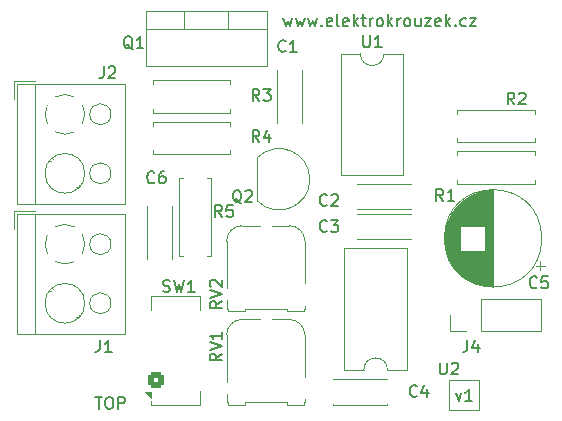
<source format=gto>
G04 #@! TF.GenerationSoftware,KiCad,Pcbnew,8.0.6*
G04 #@! TF.CreationDate,2024-12-30T14:11:03+01:00*
G04 #@! TF.ProjectId,UselessBox,5573656c-6573-4734-926f-782e6b696361,rev?*
G04 #@! TF.SameCoordinates,Original*
G04 #@! TF.FileFunction,Legend,Top*
G04 #@! TF.FilePolarity,Positive*
%FSLAX46Y46*%
G04 Gerber Fmt 4.6, Leading zero omitted, Abs format (unit mm)*
G04 Created by KiCad (PCBNEW 8.0.6) date 2024-12-30 14:11:03*
%MOMM*%
%LPD*%
G01*
G04 APERTURE LIST*
G04 Aperture macros list*
%AMRoundRect*
0 Rectangle with rounded corners*
0 $1 Rounding radius*
0 $2 $3 $4 $5 $6 $7 $8 $9 X,Y pos of 4 corners*
0 Add a 4 corners polygon primitive as box body*
4,1,4,$2,$3,$4,$5,$6,$7,$8,$9,$2,$3,0*
0 Add four circle primitives for the rounded corners*
1,1,$1+$1,$2,$3*
1,1,$1+$1,$4,$5*
1,1,$1+$1,$6,$7*
1,1,$1+$1,$8,$9*
0 Add four rect primitives between the rounded corners*
20,1,$1+$1,$2,$3,$4,$5,0*
20,1,$1+$1,$4,$5,$6,$7,0*
20,1,$1+$1,$6,$7,$8,$9,0*
20,1,$1+$1,$8,$9,$2,$3,0*%
G04 Aperture macros list end*
%ADD10C,0.100000*%
%ADD11C,0.200000*%
%ADD12C,0.150000*%
%ADD13C,0.120000*%
%ADD14C,3.050000*%
%ADD15R,1.700000X1.700000*%
%ADD16O,1.700000X1.700000*%
%ADD17R,2.500000X2.500000*%
%ADD18C,2.500000*%
%ADD19R,1.600000X1.600000*%
%ADD20O,1.600000X1.600000*%
%ADD21RoundRect,0.250000X0.450000X-0.450000X0.450000X0.450000X-0.450000X0.450000X-0.450000X-0.450000X0*%
%ADD22C,1.400000*%
%ADD23R,1.560000X1.560000*%
%ADD24C,1.560000*%
%ADD25C,1.600000*%
%ADD26R,1.500000X1.050000*%
%ADD27O,1.500000X1.050000*%
%ADD28R,1.905000X2.000000*%
%ADD29O,1.905000X2.000000*%
G04 APERTURE END LIST*
D10*
X167005000Y-93027500D02*
X167005000Y-93662500D01*
X169545000Y-93027500D02*
X167005000Y-93027500D01*
X169545000Y-95567500D02*
X169545000Y-93027500D01*
X167005000Y-95567500D02*
X169545000Y-95567500D01*
X167005000Y-93662500D02*
X167005000Y-95567500D01*
D11*
X167596935Y-94133052D02*
X167835030Y-94799719D01*
X167835030Y-94799719D02*
X168073125Y-94133052D01*
X168977887Y-94799719D02*
X168406459Y-94799719D01*
X168692173Y-94799719D02*
X168692173Y-93799719D01*
X168692173Y-93799719D02*
X168596935Y-93942576D01*
X168596935Y-93942576D02*
X168501697Y-94037814D01*
X168501697Y-94037814D02*
X168406459Y-94085433D01*
X137069316Y-94434719D02*
X137640744Y-94434719D01*
X137355030Y-95434719D02*
X137355030Y-94434719D01*
X138164554Y-94434719D02*
X138355030Y-94434719D01*
X138355030Y-94434719D02*
X138450268Y-94482338D01*
X138450268Y-94482338D02*
X138545506Y-94577576D01*
X138545506Y-94577576D02*
X138593125Y-94768052D01*
X138593125Y-94768052D02*
X138593125Y-95101385D01*
X138593125Y-95101385D02*
X138545506Y-95291861D01*
X138545506Y-95291861D02*
X138450268Y-95387100D01*
X138450268Y-95387100D02*
X138355030Y-95434719D01*
X138355030Y-95434719D02*
X138164554Y-95434719D01*
X138164554Y-95434719D02*
X138069316Y-95387100D01*
X138069316Y-95387100D02*
X137974078Y-95291861D01*
X137974078Y-95291861D02*
X137926459Y-95101385D01*
X137926459Y-95101385D02*
X137926459Y-94768052D01*
X137926459Y-94768052D02*
X137974078Y-94577576D01*
X137974078Y-94577576D02*
X138069316Y-94482338D01*
X138069316Y-94482338D02*
X138164554Y-94434719D01*
X139021697Y-95434719D02*
X139021697Y-94434719D01*
X139021697Y-94434719D02*
X139402649Y-94434719D01*
X139402649Y-94434719D02*
X139497887Y-94482338D01*
X139497887Y-94482338D02*
X139545506Y-94529957D01*
X139545506Y-94529957D02*
X139593125Y-94625195D01*
X139593125Y-94625195D02*
X139593125Y-94768052D01*
X139593125Y-94768052D02*
X139545506Y-94863290D01*
X139545506Y-94863290D02*
X139497887Y-94910909D01*
X139497887Y-94910909D02*
X139402649Y-94958528D01*
X139402649Y-94958528D02*
X139021697Y-94958528D01*
X152991935Y-62383052D02*
X153182411Y-63049719D01*
X153182411Y-63049719D02*
X153372887Y-62573528D01*
X153372887Y-62573528D02*
X153563363Y-63049719D01*
X153563363Y-63049719D02*
X153753839Y-62383052D01*
X154039554Y-62383052D02*
X154230030Y-63049719D01*
X154230030Y-63049719D02*
X154420506Y-62573528D01*
X154420506Y-62573528D02*
X154610982Y-63049719D01*
X154610982Y-63049719D02*
X154801458Y-62383052D01*
X155087173Y-62383052D02*
X155277649Y-63049719D01*
X155277649Y-63049719D02*
X155468125Y-62573528D01*
X155468125Y-62573528D02*
X155658601Y-63049719D01*
X155658601Y-63049719D02*
X155849077Y-62383052D01*
X156230030Y-62954480D02*
X156277649Y-63002100D01*
X156277649Y-63002100D02*
X156230030Y-63049719D01*
X156230030Y-63049719D02*
X156182411Y-63002100D01*
X156182411Y-63002100D02*
X156230030Y-62954480D01*
X156230030Y-62954480D02*
X156230030Y-63049719D01*
X157087172Y-63002100D02*
X156991934Y-63049719D01*
X156991934Y-63049719D02*
X156801458Y-63049719D01*
X156801458Y-63049719D02*
X156706220Y-63002100D01*
X156706220Y-63002100D02*
X156658601Y-62906861D01*
X156658601Y-62906861D02*
X156658601Y-62525909D01*
X156658601Y-62525909D02*
X156706220Y-62430671D01*
X156706220Y-62430671D02*
X156801458Y-62383052D01*
X156801458Y-62383052D02*
X156991934Y-62383052D01*
X156991934Y-62383052D02*
X157087172Y-62430671D01*
X157087172Y-62430671D02*
X157134791Y-62525909D01*
X157134791Y-62525909D02*
X157134791Y-62621147D01*
X157134791Y-62621147D02*
X156658601Y-62716385D01*
X157706220Y-63049719D02*
X157610982Y-63002100D01*
X157610982Y-63002100D02*
X157563363Y-62906861D01*
X157563363Y-62906861D02*
X157563363Y-62049719D01*
X158468125Y-63002100D02*
X158372887Y-63049719D01*
X158372887Y-63049719D02*
X158182411Y-63049719D01*
X158182411Y-63049719D02*
X158087173Y-63002100D01*
X158087173Y-63002100D02*
X158039554Y-62906861D01*
X158039554Y-62906861D02*
X158039554Y-62525909D01*
X158039554Y-62525909D02*
X158087173Y-62430671D01*
X158087173Y-62430671D02*
X158182411Y-62383052D01*
X158182411Y-62383052D02*
X158372887Y-62383052D01*
X158372887Y-62383052D02*
X158468125Y-62430671D01*
X158468125Y-62430671D02*
X158515744Y-62525909D01*
X158515744Y-62525909D02*
X158515744Y-62621147D01*
X158515744Y-62621147D02*
X158039554Y-62716385D01*
X158944316Y-63049719D02*
X158944316Y-62049719D01*
X159039554Y-62668766D02*
X159325268Y-63049719D01*
X159325268Y-62383052D02*
X158944316Y-62764004D01*
X159610983Y-62383052D02*
X159991935Y-62383052D01*
X159753840Y-62049719D02*
X159753840Y-62906861D01*
X159753840Y-62906861D02*
X159801459Y-63002100D01*
X159801459Y-63002100D02*
X159896697Y-63049719D01*
X159896697Y-63049719D02*
X159991935Y-63049719D01*
X160325269Y-63049719D02*
X160325269Y-62383052D01*
X160325269Y-62573528D02*
X160372888Y-62478290D01*
X160372888Y-62478290D02*
X160420507Y-62430671D01*
X160420507Y-62430671D02*
X160515745Y-62383052D01*
X160515745Y-62383052D02*
X160610983Y-62383052D01*
X161087174Y-63049719D02*
X160991936Y-63002100D01*
X160991936Y-63002100D02*
X160944317Y-62954480D01*
X160944317Y-62954480D02*
X160896698Y-62859242D01*
X160896698Y-62859242D02*
X160896698Y-62573528D01*
X160896698Y-62573528D02*
X160944317Y-62478290D01*
X160944317Y-62478290D02*
X160991936Y-62430671D01*
X160991936Y-62430671D02*
X161087174Y-62383052D01*
X161087174Y-62383052D02*
X161230031Y-62383052D01*
X161230031Y-62383052D02*
X161325269Y-62430671D01*
X161325269Y-62430671D02*
X161372888Y-62478290D01*
X161372888Y-62478290D02*
X161420507Y-62573528D01*
X161420507Y-62573528D02*
X161420507Y-62859242D01*
X161420507Y-62859242D02*
X161372888Y-62954480D01*
X161372888Y-62954480D02*
X161325269Y-63002100D01*
X161325269Y-63002100D02*
X161230031Y-63049719D01*
X161230031Y-63049719D02*
X161087174Y-63049719D01*
X161849079Y-63049719D02*
X161849079Y-62049719D01*
X161944317Y-62668766D02*
X162230031Y-63049719D01*
X162230031Y-62383052D02*
X161849079Y-62764004D01*
X162658603Y-63049719D02*
X162658603Y-62383052D01*
X162658603Y-62573528D02*
X162706222Y-62478290D01*
X162706222Y-62478290D02*
X162753841Y-62430671D01*
X162753841Y-62430671D02*
X162849079Y-62383052D01*
X162849079Y-62383052D02*
X162944317Y-62383052D01*
X163420508Y-63049719D02*
X163325270Y-63002100D01*
X163325270Y-63002100D02*
X163277651Y-62954480D01*
X163277651Y-62954480D02*
X163230032Y-62859242D01*
X163230032Y-62859242D02*
X163230032Y-62573528D01*
X163230032Y-62573528D02*
X163277651Y-62478290D01*
X163277651Y-62478290D02*
X163325270Y-62430671D01*
X163325270Y-62430671D02*
X163420508Y-62383052D01*
X163420508Y-62383052D02*
X163563365Y-62383052D01*
X163563365Y-62383052D02*
X163658603Y-62430671D01*
X163658603Y-62430671D02*
X163706222Y-62478290D01*
X163706222Y-62478290D02*
X163753841Y-62573528D01*
X163753841Y-62573528D02*
X163753841Y-62859242D01*
X163753841Y-62859242D02*
X163706222Y-62954480D01*
X163706222Y-62954480D02*
X163658603Y-63002100D01*
X163658603Y-63002100D02*
X163563365Y-63049719D01*
X163563365Y-63049719D02*
X163420508Y-63049719D01*
X164610984Y-62383052D02*
X164610984Y-63049719D01*
X164182413Y-62383052D02*
X164182413Y-62906861D01*
X164182413Y-62906861D02*
X164230032Y-63002100D01*
X164230032Y-63002100D02*
X164325270Y-63049719D01*
X164325270Y-63049719D02*
X164468127Y-63049719D01*
X164468127Y-63049719D02*
X164563365Y-63002100D01*
X164563365Y-63002100D02*
X164610984Y-62954480D01*
X164991937Y-62383052D02*
X165515746Y-62383052D01*
X165515746Y-62383052D02*
X164991937Y-63049719D01*
X164991937Y-63049719D02*
X165515746Y-63049719D01*
X166277651Y-63002100D02*
X166182413Y-63049719D01*
X166182413Y-63049719D02*
X165991937Y-63049719D01*
X165991937Y-63049719D02*
X165896699Y-63002100D01*
X165896699Y-63002100D02*
X165849080Y-62906861D01*
X165849080Y-62906861D02*
X165849080Y-62525909D01*
X165849080Y-62525909D02*
X165896699Y-62430671D01*
X165896699Y-62430671D02*
X165991937Y-62383052D01*
X165991937Y-62383052D02*
X166182413Y-62383052D01*
X166182413Y-62383052D02*
X166277651Y-62430671D01*
X166277651Y-62430671D02*
X166325270Y-62525909D01*
X166325270Y-62525909D02*
X166325270Y-62621147D01*
X166325270Y-62621147D02*
X165849080Y-62716385D01*
X166753842Y-63049719D02*
X166753842Y-62049719D01*
X166849080Y-62668766D02*
X167134794Y-63049719D01*
X167134794Y-62383052D02*
X166753842Y-62764004D01*
X167563366Y-62954480D02*
X167610985Y-63002100D01*
X167610985Y-63002100D02*
X167563366Y-63049719D01*
X167563366Y-63049719D02*
X167515747Y-63002100D01*
X167515747Y-63002100D02*
X167563366Y-62954480D01*
X167563366Y-62954480D02*
X167563366Y-63049719D01*
X168468127Y-63002100D02*
X168372889Y-63049719D01*
X168372889Y-63049719D02*
X168182413Y-63049719D01*
X168182413Y-63049719D02*
X168087175Y-63002100D01*
X168087175Y-63002100D02*
X168039556Y-62954480D01*
X168039556Y-62954480D02*
X167991937Y-62859242D01*
X167991937Y-62859242D02*
X167991937Y-62573528D01*
X167991937Y-62573528D02*
X168039556Y-62478290D01*
X168039556Y-62478290D02*
X168087175Y-62430671D01*
X168087175Y-62430671D02*
X168182413Y-62383052D01*
X168182413Y-62383052D02*
X168372889Y-62383052D01*
X168372889Y-62383052D02*
X168468127Y-62430671D01*
X168801461Y-62383052D02*
X169325270Y-62383052D01*
X169325270Y-62383052D02*
X168801461Y-63049719D01*
X168801461Y-63049719D02*
X169325270Y-63049719D01*
D12*
X168576666Y-89624819D02*
X168576666Y-90339104D01*
X168576666Y-90339104D02*
X168529047Y-90481961D01*
X168529047Y-90481961D02*
X168433809Y-90577200D01*
X168433809Y-90577200D02*
X168290952Y-90624819D01*
X168290952Y-90624819D02*
X168195714Y-90624819D01*
X169481428Y-89958152D02*
X169481428Y-90624819D01*
X169243333Y-89577200D02*
X169005238Y-90291485D01*
X169005238Y-90291485D02*
X169624285Y-90291485D01*
X137779166Y-66447319D02*
X137779166Y-67161604D01*
X137779166Y-67161604D02*
X137731547Y-67304461D01*
X137731547Y-67304461D02*
X137636309Y-67399700D01*
X137636309Y-67399700D02*
X137493452Y-67447319D01*
X137493452Y-67447319D02*
X137398214Y-67447319D01*
X138207738Y-66542557D02*
X138255357Y-66494938D01*
X138255357Y-66494938D02*
X138350595Y-66447319D01*
X138350595Y-66447319D02*
X138588690Y-66447319D01*
X138588690Y-66447319D02*
X138683928Y-66494938D01*
X138683928Y-66494938D02*
X138731547Y-66542557D01*
X138731547Y-66542557D02*
X138779166Y-66637795D01*
X138779166Y-66637795D02*
X138779166Y-66733033D01*
X138779166Y-66733033D02*
X138731547Y-66875890D01*
X138731547Y-66875890D02*
X138160119Y-67447319D01*
X138160119Y-67447319D02*
X138779166Y-67447319D01*
X137461666Y-89624819D02*
X137461666Y-90339104D01*
X137461666Y-90339104D02*
X137414047Y-90481961D01*
X137414047Y-90481961D02*
X137318809Y-90577200D01*
X137318809Y-90577200D02*
X137175952Y-90624819D01*
X137175952Y-90624819D02*
X137080714Y-90624819D01*
X138461666Y-90624819D02*
X137890238Y-90624819D01*
X138175952Y-90624819D02*
X138175952Y-89624819D01*
X138175952Y-89624819D02*
X138080714Y-89767676D01*
X138080714Y-89767676D02*
X137985476Y-89862914D01*
X137985476Y-89862914D02*
X137890238Y-89910533D01*
X166243095Y-91529819D02*
X166243095Y-92339342D01*
X166243095Y-92339342D02*
X166290714Y-92434580D01*
X166290714Y-92434580D02*
X166338333Y-92482200D01*
X166338333Y-92482200D02*
X166433571Y-92529819D01*
X166433571Y-92529819D02*
X166624047Y-92529819D01*
X166624047Y-92529819D02*
X166719285Y-92482200D01*
X166719285Y-92482200D02*
X166766904Y-92434580D01*
X166766904Y-92434580D02*
X166814523Y-92339342D01*
X166814523Y-92339342D02*
X166814523Y-91529819D01*
X167243095Y-91625057D02*
X167290714Y-91577438D01*
X167290714Y-91577438D02*
X167385952Y-91529819D01*
X167385952Y-91529819D02*
X167624047Y-91529819D01*
X167624047Y-91529819D02*
X167719285Y-91577438D01*
X167719285Y-91577438D02*
X167766904Y-91625057D01*
X167766904Y-91625057D02*
X167814523Y-91720295D01*
X167814523Y-91720295D02*
X167814523Y-91815533D01*
X167814523Y-91815533D02*
X167766904Y-91958390D01*
X167766904Y-91958390D02*
X167195476Y-92529819D01*
X167195476Y-92529819D02*
X167814523Y-92529819D01*
X159748095Y-63824819D02*
X159748095Y-64634342D01*
X159748095Y-64634342D02*
X159795714Y-64729580D01*
X159795714Y-64729580D02*
X159843333Y-64777200D01*
X159843333Y-64777200D02*
X159938571Y-64824819D01*
X159938571Y-64824819D02*
X160129047Y-64824819D01*
X160129047Y-64824819D02*
X160224285Y-64777200D01*
X160224285Y-64777200D02*
X160271904Y-64729580D01*
X160271904Y-64729580D02*
X160319523Y-64634342D01*
X160319523Y-64634342D02*
X160319523Y-63824819D01*
X161319523Y-64824819D02*
X160748095Y-64824819D01*
X161033809Y-64824819D02*
X161033809Y-63824819D01*
X161033809Y-63824819D02*
X160938571Y-63967676D01*
X160938571Y-63967676D02*
X160843333Y-64062914D01*
X160843333Y-64062914D02*
X160748095Y-64110533D01*
X142811667Y-85497200D02*
X142954524Y-85544819D01*
X142954524Y-85544819D02*
X143192619Y-85544819D01*
X143192619Y-85544819D02*
X143287857Y-85497200D01*
X143287857Y-85497200D02*
X143335476Y-85449580D01*
X143335476Y-85449580D02*
X143383095Y-85354342D01*
X143383095Y-85354342D02*
X143383095Y-85259104D01*
X143383095Y-85259104D02*
X143335476Y-85163866D01*
X143335476Y-85163866D02*
X143287857Y-85116247D01*
X143287857Y-85116247D02*
X143192619Y-85068628D01*
X143192619Y-85068628D02*
X143002143Y-85021009D01*
X143002143Y-85021009D02*
X142906905Y-84973390D01*
X142906905Y-84973390D02*
X142859286Y-84925771D01*
X142859286Y-84925771D02*
X142811667Y-84830533D01*
X142811667Y-84830533D02*
X142811667Y-84735295D01*
X142811667Y-84735295D02*
X142859286Y-84640057D01*
X142859286Y-84640057D02*
X142906905Y-84592438D01*
X142906905Y-84592438D02*
X143002143Y-84544819D01*
X143002143Y-84544819D02*
X143240238Y-84544819D01*
X143240238Y-84544819D02*
X143383095Y-84592438D01*
X143716429Y-84544819D02*
X143954524Y-85544819D01*
X143954524Y-85544819D02*
X144145000Y-84830533D01*
X144145000Y-84830533D02*
X144335476Y-85544819D01*
X144335476Y-85544819D02*
X144573572Y-84544819D01*
X145478333Y-85544819D02*
X144906905Y-85544819D01*
X145192619Y-85544819D02*
X145192619Y-84544819D01*
X145192619Y-84544819D02*
X145097381Y-84687676D01*
X145097381Y-84687676D02*
X145002143Y-84782914D01*
X145002143Y-84782914D02*
X144906905Y-84830533D01*
X147774819Y-86320238D02*
X147298628Y-86653571D01*
X147774819Y-86891666D02*
X146774819Y-86891666D01*
X146774819Y-86891666D02*
X146774819Y-86510714D01*
X146774819Y-86510714D02*
X146822438Y-86415476D01*
X146822438Y-86415476D02*
X146870057Y-86367857D01*
X146870057Y-86367857D02*
X146965295Y-86320238D01*
X146965295Y-86320238D02*
X147108152Y-86320238D01*
X147108152Y-86320238D02*
X147203390Y-86367857D01*
X147203390Y-86367857D02*
X147251009Y-86415476D01*
X147251009Y-86415476D02*
X147298628Y-86510714D01*
X147298628Y-86510714D02*
X147298628Y-86891666D01*
X146774819Y-86034523D02*
X147774819Y-85701190D01*
X147774819Y-85701190D02*
X146774819Y-85367857D01*
X146870057Y-85082142D02*
X146822438Y-85034523D01*
X146822438Y-85034523D02*
X146774819Y-84939285D01*
X146774819Y-84939285D02*
X146774819Y-84701190D01*
X146774819Y-84701190D02*
X146822438Y-84605952D01*
X146822438Y-84605952D02*
X146870057Y-84558333D01*
X146870057Y-84558333D02*
X146965295Y-84510714D01*
X146965295Y-84510714D02*
X147060533Y-84510714D01*
X147060533Y-84510714D02*
X147203390Y-84558333D01*
X147203390Y-84558333D02*
X147774819Y-85129761D01*
X147774819Y-85129761D02*
X147774819Y-84510714D01*
X147774819Y-90765238D02*
X147298628Y-91098571D01*
X147774819Y-91336666D02*
X146774819Y-91336666D01*
X146774819Y-91336666D02*
X146774819Y-90955714D01*
X146774819Y-90955714D02*
X146822438Y-90860476D01*
X146822438Y-90860476D02*
X146870057Y-90812857D01*
X146870057Y-90812857D02*
X146965295Y-90765238D01*
X146965295Y-90765238D02*
X147108152Y-90765238D01*
X147108152Y-90765238D02*
X147203390Y-90812857D01*
X147203390Y-90812857D02*
X147251009Y-90860476D01*
X147251009Y-90860476D02*
X147298628Y-90955714D01*
X147298628Y-90955714D02*
X147298628Y-91336666D01*
X146774819Y-90479523D02*
X147774819Y-90146190D01*
X147774819Y-90146190D02*
X146774819Y-89812857D01*
X147774819Y-88955714D02*
X147774819Y-89527142D01*
X147774819Y-89241428D02*
X146774819Y-89241428D01*
X146774819Y-89241428D02*
X146917676Y-89336666D01*
X146917676Y-89336666D02*
X147012914Y-89431904D01*
X147012914Y-89431904D02*
X147060533Y-89527142D01*
X147788333Y-79194819D02*
X147455000Y-78718628D01*
X147216905Y-79194819D02*
X147216905Y-78194819D01*
X147216905Y-78194819D02*
X147597857Y-78194819D01*
X147597857Y-78194819D02*
X147693095Y-78242438D01*
X147693095Y-78242438D02*
X147740714Y-78290057D01*
X147740714Y-78290057D02*
X147788333Y-78385295D01*
X147788333Y-78385295D02*
X147788333Y-78528152D01*
X147788333Y-78528152D02*
X147740714Y-78623390D01*
X147740714Y-78623390D02*
X147693095Y-78671009D01*
X147693095Y-78671009D02*
X147597857Y-78718628D01*
X147597857Y-78718628D02*
X147216905Y-78718628D01*
X148693095Y-78194819D02*
X148216905Y-78194819D01*
X148216905Y-78194819D02*
X148169286Y-78671009D01*
X148169286Y-78671009D02*
X148216905Y-78623390D01*
X148216905Y-78623390D02*
X148312143Y-78575771D01*
X148312143Y-78575771D02*
X148550238Y-78575771D01*
X148550238Y-78575771D02*
X148645476Y-78623390D01*
X148645476Y-78623390D02*
X148693095Y-78671009D01*
X148693095Y-78671009D02*
X148740714Y-78766247D01*
X148740714Y-78766247D02*
X148740714Y-79004342D01*
X148740714Y-79004342D02*
X148693095Y-79099580D01*
X148693095Y-79099580D02*
X148645476Y-79147200D01*
X148645476Y-79147200D02*
X148550238Y-79194819D01*
X148550238Y-79194819D02*
X148312143Y-79194819D01*
X148312143Y-79194819D02*
X148216905Y-79147200D01*
X148216905Y-79147200D02*
X148169286Y-79099580D01*
X150963333Y-72844819D02*
X150630000Y-72368628D01*
X150391905Y-72844819D02*
X150391905Y-71844819D01*
X150391905Y-71844819D02*
X150772857Y-71844819D01*
X150772857Y-71844819D02*
X150868095Y-71892438D01*
X150868095Y-71892438D02*
X150915714Y-71940057D01*
X150915714Y-71940057D02*
X150963333Y-72035295D01*
X150963333Y-72035295D02*
X150963333Y-72178152D01*
X150963333Y-72178152D02*
X150915714Y-72273390D01*
X150915714Y-72273390D02*
X150868095Y-72321009D01*
X150868095Y-72321009D02*
X150772857Y-72368628D01*
X150772857Y-72368628D02*
X150391905Y-72368628D01*
X151820476Y-72178152D02*
X151820476Y-72844819D01*
X151582381Y-71797200D02*
X151344286Y-72511485D01*
X151344286Y-72511485D02*
X151963333Y-72511485D01*
X150963333Y-69352319D02*
X150630000Y-68876128D01*
X150391905Y-69352319D02*
X150391905Y-68352319D01*
X150391905Y-68352319D02*
X150772857Y-68352319D01*
X150772857Y-68352319D02*
X150868095Y-68399938D01*
X150868095Y-68399938D02*
X150915714Y-68447557D01*
X150915714Y-68447557D02*
X150963333Y-68542795D01*
X150963333Y-68542795D02*
X150963333Y-68685652D01*
X150963333Y-68685652D02*
X150915714Y-68780890D01*
X150915714Y-68780890D02*
X150868095Y-68828509D01*
X150868095Y-68828509D02*
X150772857Y-68876128D01*
X150772857Y-68876128D02*
X150391905Y-68876128D01*
X151296667Y-68352319D02*
X151915714Y-68352319D01*
X151915714Y-68352319D02*
X151582381Y-68733271D01*
X151582381Y-68733271D02*
X151725238Y-68733271D01*
X151725238Y-68733271D02*
X151820476Y-68780890D01*
X151820476Y-68780890D02*
X151868095Y-68828509D01*
X151868095Y-68828509D02*
X151915714Y-68923747D01*
X151915714Y-68923747D02*
X151915714Y-69161842D01*
X151915714Y-69161842D02*
X151868095Y-69257080D01*
X151868095Y-69257080D02*
X151820476Y-69304700D01*
X151820476Y-69304700D02*
X151725238Y-69352319D01*
X151725238Y-69352319D02*
X151439524Y-69352319D01*
X151439524Y-69352319D02*
X151344286Y-69304700D01*
X151344286Y-69304700D02*
X151296667Y-69257080D01*
X172553333Y-69669819D02*
X172220000Y-69193628D01*
X171981905Y-69669819D02*
X171981905Y-68669819D01*
X171981905Y-68669819D02*
X172362857Y-68669819D01*
X172362857Y-68669819D02*
X172458095Y-68717438D01*
X172458095Y-68717438D02*
X172505714Y-68765057D01*
X172505714Y-68765057D02*
X172553333Y-68860295D01*
X172553333Y-68860295D02*
X172553333Y-69003152D01*
X172553333Y-69003152D02*
X172505714Y-69098390D01*
X172505714Y-69098390D02*
X172458095Y-69146009D01*
X172458095Y-69146009D02*
X172362857Y-69193628D01*
X172362857Y-69193628D02*
X171981905Y-69193628D01*
X172934286Y-68765057D02*
X172981905Y-68717438D01*
X172981905Y-68717438D02*
X173077143Y-68669819D01*
X173077143Y-68669819D02*
X173315238Y-68669819D01*
X173315238Y-68669819D02*
X173410476Y-68717438D01*
X173410476Y-68717438D02*
X173458095Y-68765057D01*
X173458095Y-68765057D02*
X173505714Y-68860295D01*
X173505714Y-68860295D02*
X173505714Y-68955533D01*
X173505714Y-68955533D02*
X173458095Y-69098390D01*
X173458095Y-69098390D02*
X172886667Y-69669819D01*
X172886667Y-69669819D02*
X173505714Y-69669819D01*
X166520833Y-77824819D02*
X166187500Y-77348628D01*
X165949405Y-77824819D02*
X165949405Y-76824819D01*
X165949405Y-76824819D02*
X166330357Y-76824819D01*
X166330357Y-76824819D02*
X166425595Y-76872438D01*
X166425595Y-76872438D02*
X166473214Y-76920057D01*
X166473214Y-76920057D02*
X166520833Y-77015295D01*
X166520833Y-77015295D02*
X166520833Y-77158152D01*
X166520833Y-77158152D02*
X166473214Y-77253390D01*
X166473214Y-77253390D02*
X166425595Y-77301009D01*
X166425595Y-77301009D02*
X166330357Y-77348628D01*
X166330357Y-77348628D02*
X165949405Y-77348628D01*
X167473214Y-77824819D02*
X166901786Y-77824819D01*
X167187500Y-77824819D02*
X167187500Y-76824819D01*
X167187500Y-76824819D02*
X167092262Y-76967676D01*
X167092262Y-76967676D02*
X166997024Y-77062914D01*
X166997024Y-77062914D02*
X166901786Y-77110533D01*
X149447261Y-78020057D02*
X149352023Y-77972438D01*
X149352023Y-77972438D02*
X149256785Y-77877200D01*
X149256785Y-77877200D02*
X149113928Y-77734342D01*
X149113928Y-77734342D02*
X149018690Y-77686723D01*
X149018690Y-77686723D02*
X148923452Y-77686723D01*
X148971071Y-77924819D02*
X148875833Y-77877200D01*
X148875833Y-77877200D02*
X148780595Y-77781961D01*
X148780595Y-77781961D02*
X148732976Y-77591485D01*
X148732976Y-77591485D02*
X148732976Y-77258152D01*
X148732976Y-77258152D02*
X148780595Y-77067676D01*
X148780595Y-77067676D02*
X148875833Y-76972438D01*
X148875833Y-76972438D02*
X148971071Y-76924819D01*
X148971071Y-76924819D02*
X149161547Y-76924819D01*
X149161547Y-76924819D02*
X149256785Y-76972438D01*
X149256785Y-76972438D02*
X149352023Y-77067676D01*
X149352023Y-77067676D02*
X149399642Y-77258152D01*
X149399642Y-77258152D02*
X149399642Y-77591485D01*
X149399642Y-77591485D02*
X149352023Y-77781961D01*
X149352023Y-77781961D02*
X149256785Y-77877200D01*
X149256785Y-77877200D02*
X149161547Y-77924819D01*
X149161547Y-77924819D02*
X148971071Y-77924819D01*
X149780595Y-77020057D02*
X149828214Y-76972438D01*
X149828214Y-76972438D02*
X149923452Y-76924819D01*
X149923452Y-76924819D02*
X150161547Y-76924819D01*
X150161547Y-76924819D02*
X150256785Y-76972438D01*
X150256785Y-76972438D02*
X150304404Y-77020057D01*
X150304404Y-77020057D02*
X150352023Y-77115295D01*
X150352023Y-77115295D02*
X150352023Y-77210533D01*
X150352023Y-77210533D02*
X150304404Y-77353390D01*
X150304404Y-77353390D02*
X149732976Y-77924819D01*
X149732976Y-77924819D02*
X150352023Y-77924819D01*
X140239761Y-65002557D02*
X140144523Y-64954938D01*
X140144523Y-64954938D02*
X140049285Y-64859700D01*
X140049285Y-64859700D02*
X139906428Y-64716842D01*
X139906428Y-64716842D02*
X139811190Y-64669223D01*
X139811190Y-64669223D02*
X139715952Y-64669223D01*
X139763571Y-64907319D02*
X139668333Y-64859700D01*
X139668333Y-64859700D02*
X139573095Y-64764461D01*
X139573095Y-64764461D02*
X139525476Y-64573985D01*
X139525476Y-64573985D02*
X139525476Y-64240652D01*
X139525476Y-64240652D02*
X139573095Y-64050176D01*
X139573095Y-64050176D02*
X139668333Y-63954938D01*
X139668333Y-63954938D02*
X139763571Y-63907319D01*
X139763571Y-63907319D02*
X139954047Y-63907319D01*
X139954047Y-63907319D02*
X140049285Y-63954938D01*
X140049285Y-63954938D02*
X140144523Y-64050176D01*
X140144523Y-64050176D02*
X140192142Y-64240652D01*
X140192142Y-64240652D02*
X140192142Y-64573985D01*
X140192142Y-64573985D02*
X140144523Y-64764461D01*
X140144523Y-64764461D02*
X140049285Y-64859700D01*
X140049285Y-64859700D02*
X139954047Y-64907319D01*
X139954047Y-64907319D02*
X139763571Y-64907319D01*
X141144523Y-64907319D02*
X140573095Y-64907319D01*
X140858809Y-64907319D02*
X140858809Y-63907319D01*
X140858809Y-63907319D02*
X140763571Y-64050176D01*
X140763571Y-64050176D02*
X140668333Y-64145414D01*
X140668333Y-64145414D02*
X140573095Y-64193033D01*
X142073333Y-76242080D02*
X142025714Y-76289700D01*
X142025714Y-76289700D02*
X141882857Y-76337319D01*
X141882857Y-76337319D02*
X141787619Y-76337319D01*
X141787619Y-76337319D02*
X141644762Y-76289700D01*
X141644762Y-76289700D02*
X141549524Y-76194461D01*
X141549524Y-76194461D02*
X141501905Y-76099223D01*
X141501905Y-76099223D02*
X141454286Y-75908747D01*
X141454286Y-75908747D02*
X141454286Y-75765890D01*
X141454286Y-75765890D02*
X141501905Y-75575414D01*
X141501905Y-75575414D02*
X141549524Y-75480176D01*
X141549524Y-75480176D02*
X141644762Y-75384938D01*
X141644762Y-75384938D02*
X141787619Y-75337319D01*
X141787619Y-75337319D02*
X141882857Y-75337319D01*
X141882857Y-75337319D02*
X142025714Y-75384938D01*
X142025714Y-75384938D02*
X142073333Y-75432557D01*
X142930476Y-75337319D02*
X142740000Y-75337319D01*
X142740000Y-75337319D02*
X142644762Y-75384938D01*
X142644762Y-75384938D02*
X142597143Y-75432557D01*
X142597143Y-75432557D02*
X142501905Y-75575414D01*
X142501905Y-75575414D02*
X142454286Y-75765890D01*
X142454286Y-75765890D02*
X142454286Y-76146842D01*
X142454286Y-76146842D02*
X142501905Y-76242080D01*
X142501905Y-76242080D02*
X142549524Y-76289700D01*
X142549524Y-76289700D02*
X142644762Y-76337319D01*
X142644762Y-76337319D02*
X142835238Y-76337319D01*
X142835238Y-76337319D02*
X142930476Y-76289700D01*
X142930476Y-76289700D02*
X142978095Y-76242080D01*
X142978095Y-76242080D02*
X143025714Y-76146842D01*
X143025714Y-76146842D02*
X143025714Y-75908747D01*
X143025714Y-75908747D02*
X142978095Y-75813509D01*
X142978095Y-75813509D02*
X142930476Y-75765890D01*
X142930476Y-75765890D02*
X142835238Y-75718271D01*
X142835238Y-75718271D02*
X142644762Y-75718271D01*
X142644762Y-75718271D02*
X142549524Y-75765890D01*
X142549524Y-75765890D02*
X142501905Y-75813509D01*
X142501905Y-75813509D02*
X142454286Y-75908747D01*
X174458333Y-85132080D02*
X174410714Y-85179700D01*
X174410714Y-85179700D02*
X174267857Y-85227319D01*
X174267857Y-85227319D02*
X174172619Y-85227319D01*
X174172619Y-85227319D02*
X174029762Y-85179700D01*
X174029762Y-85179700D02*
X173934524Y-85084461D01*
X173934524Y-85084461D02*
X173886905Y-84989223D01*
X173886905Y-84989223D02*
X173839286Y-84798747D01*
X173839286Y-84798747D02*
X173839286Y-84655890D01*
X173839286Y-84655890D02*
X173886905Y-84465414D01*
X173886905Y-84465414D02*
X173934524Y-84370176D01*
X173934524Y-84370176D02*
X174029762Y-84274938D01*
X174029762Y-84274938D02*
X174172619Y-84227319D01*
X174172619Y-84227319D02*
X174267857Y-84227319D01*
X174267857Y-84227319D02*
X174410714Y-84274938D01*
X174410714Y-84274938D02*
X174458333Y-84322557D01*
X175363095Y-84227319D02*
X174886905Y-84227319D01*
X174886905Y-84227319D02*
X174839286Y-84703509D01*
X174839286Y-84703509D02*
X174886905Y-84655890D01*
X174886905Y-84655890D02*
X174982143Y-84608271D01*
X174982143Y-84608271D02*
X175220238Y-84608271D01*
X175220238Y-84608271D02*
X175315476Y-84655890D01*
X175315476Y-84655890D02*
X175363095Y-84703509D01*
X175363095Y-84703509D02*
X175410714Y-84798747D01*
X175410714Y-84798747D02*
X175410714Y-85036842D01*
X175410714Y-85036842D02*
X175363095Y-85132080D01*
X175363095Y-85132080D02*
X175315476Y-85179700D01*
X175315476Y-85179700D02*
X175220238Y-85227319D01*
X175220238Y-85227319D02*
X174982143Y-85227319D01*
X174982143Y-85227319D02*
X174886905Y-85179700D01*
X174886905Y-85179700D02*
X174839286Y-85132080D01*
X164298333Y-94339580D02*
X164250714Y-94387200D01*
X164250714Y-94387200D02*
X164107857Y-94434819D01*
X164107857Y-94434819D02*
X164012619Y-94434819D01*
X164012619Y-94434819D02*
X163869762Y-94387200D01*
X163869762Y-94387200D02*
X163774524Y-94291961D01*
X163774524Y-94291961D02*
X163726905Y-94196723D01*
X163726905Y-94196723D02*
X163679286Y-94006247D01*
X163679286Y-94006247D02*
X163679286Y-93863390D01*
X163679286Y-93863390D02*
X163726905Y-93672914D01*
X163726905Y-93672914D02*
X163774524Y-93577676D01*
X163774524Y-93577676D02*
X163869762Y-93482438D01*
X163869762Y-93482438D02*
X164012619Y-93434819D01*
X164012619Y-93434819D02*
X164107857Y-93434819D01*
X164107857Y-93434819D02*
X164250714Y-93482438D01*
X164250714Y-93482438D02*
X164298333Y-93530057D01*
X165155476Y-93768152D02*
X165155476Y-94434819D01*
X164917381Y-93387200D02*
X164679286Y-94101485D01*
X164679286Y-94101485D02*
X165298333Y-94101485D01*
X156678333Y-80369580D02*
X156630714Y-80417200D01*
X156630714Y-80417200D02*
X156487857Y-80464819D01*
X156487857Y-80464819D02*
X156392619Y-80464819D01*
X156392619Y-80464819D02*
X156249762Y-80417200D01*
X156249762Y-80417200D02*
X156154524Y-80321961D01*
X156154524Y-80321961D02*
X156106905Y-80226723D01*
X156106905Y-80226723D02*
X156059286Y-80036247D01*
X156059286Y-80036247D02*
X156059286Y-79893390D01*
X156059286Y-79893390D02*
X156106905Y-79702914D01*
X156106905Y-79702914D02*
X156154524Y-79607676D01*
X156154524Y-79607676D02*
X156249762Y-79512438D01*
X156249762Y-79512438D02*
X156392619Y-79464819D01*
X156392619Y-79464819D02*
X156487857Y-79464819D01*
X156487857Y-79464819D02*
X156630714Y-79512438D01*
X156630714Y-79512438D02*
X156678333Y-79560057D01*
X157011667Y-79464819D02*
X157630714Y-79464819D01*
X157630714Y-79464819D02*
X157297381Y-79845771D01*
X157297381Y-79845771D02*
X157440238Y-79845771D01*
X157440238Y-79845771D02*
X157535476Y-79893390D01*
X157535476Y-79893390D02*
X157583095Y-79941009D01*
X157583095Y-79941009D02*
X157630714Y-80036247D01*
X157630714Y-80036247D02*
X157630714Y-80274342D01*
X157630714Y-80274342D02*
X157583095Y-80369580D01*
X157583095Y-80369580D02*
X157535476Y-80417200D01*
X157535476Y-80417200D02*
X157440238Y-80464819D01*
X157440238Y-80464819D02*
X157154524Y-80464819D01*
X157154524Y-80464819D02*
X157059286Y-80417200D01*
X157059286Y-80417200D02*
X157011667Y-80369580D01*
X156678333Y-78147080D02*
X156630714Y-78194700D01*
X156630714Y-78194700D02*
X156487857Y-78242319D01*
X156487857Y-78242319D02*
X156392619Y-78242319D01*
X156392619Y-78242319D02*
X156249762Y-78194700D01*
X156249762Y-78194700D02*
X156154524Y-78099461D01*
X156154524Y-78099461D02*
X156106905Y-78004223D01*
X156106905Y-78004223D02*
X156059286Y-77813747D01*
X156059286Y-77813747D02*
X156059286Y-77670890D01*
X156059286Y-77670890D02*
X156106905Y-77480414D01*
X156106905Y-77480414D02*
X156154524Y-77385176D01*
X156154524Y-77385176D02*
X156249762Y-77289938D01*
X156249762Y-77289938D02*
X156392619Y-77242319D01*
X156392619Y-77242319D02*
X156487857Y-77242319D01*
X156487857Y-77242319D02*
X156630714Y-77289938D01*
X156630714Y-77289938D02*
X156678333Y-77337557D01*
X157059286Y-77337557D02*
X157106905Y-77289938D01*
X157106905Y-77289938D02*
X157202143Y-77242319D01*
X157202143Y-77242319D02*
X157440238Y-77242319D01*
X157440238Y-77242319D02*
X157535476Y-77289938D01*
X157535476Y-77289938D02*
X157583095Y-77337557D01*
X157583095Y-77337557D02*
X157630714Y-77432795D01*
X157630714Y-77432795D02*
X157630714Y-77528033D01*
X157630714Y-77528033D02*
X157583095Y-77670890D01*
X157583095Y-77670890D02*
X157011667Y-78242319D01*
X157011667Y-78242319D02*
X157630714Y-78242319D01*
X153185833Y-65129580D02*
X153138214Y-65177200D01*
X153138214Y-65177200D02*
X152995357Y-65224819D01*
X152995357Y-65224819D02*
X152900119Y-65224819D01*
X152900119Y-65224819D02*
X152757262Y-65177200D01*
X152757262Y-65177200D02*
X152662024Y-65081961D01*
X152662024Y-65081961D02*
X152614405Y-64986723D01*
X152614405Y-64986723D02*
X152566786Y-64796247D01*
X152566786Y-64796247D02*
X152566786Y-64653390D01*
X152566786Y-64653390D02*
X152614405Y-64462914D01*
X152614405Y-64462914D02*
X152662024Y-64367676D01*
X152662024Y-64367676D02*
X152757262Y-64272438D01*
X152757262Y-64272438D02*
X152900119Y-64224819D01*
X152900119Y-64224819D02*
X152995357Y-64224819D01*
X152995357Y-64224819D02*
X153138214Y-64272438D01*
X153138214Y-64272438D02*
X153185833Y-64320057D01*
X154138214Y-65224819D02*
X153566786Y-65224819D01*
X153852500Y-65224819D02*
X153852500Y-64224819D01*
X153852500Y-64224819D02*
X153757262Y-64367676D01*
X153757262Y-64367676D02*
X153662024Y-64462914D01*
X153662024Y-64462914D02*
X153566786Y-64510533D01*
D13*
X167090000Y-88830000D02*
X167090000Y-87500000D01*
X168420000Y-88830000D02*
X167090000Y-88830000D01*
X169690000Y-88830000D02*
X174830000Y-88830000D01*
X169690000Y-88830000D02*
X169690000Y-86170000D01*
X174830000Y-88830000D02*
X174830000Y-86170000D01*
X169690000Y-86170000D02*
X174830000Y-86170000D01*
X131940000Y-67700000D02*
X130200000Y-67700000D01*
X130200000Y-67700000D02*
X130200000Y-69200000D01*
X139560000Y-67940000D02*
X130440000Y-67940000D01*
X139560000Y-67940000D02*
X139560000Y-78060000D01*
X132000000Y-67940000D02*
X132000000Y-78060000D01*
X130440000Y-67940000D02*
X130440000Y-78060000D01*
X133524000Y-74320000D02*
X133431000Y-74226000D01*
X133284000Y-74490000D02*
X133226000Y-74431000D01*
X135775000Y-76570000D02*
X135716000Y-76511000D01*
X135569000Y-76775000D02*
X135476000Y-76681000D01*
X139560000Y-78060000D02*
X130440000Y-78060000D01*
X133710911Y-69016047D02*
G75*
G02*
X135289000Y-69016000I789089J-1483948D01*
G01*
X135983953Y-69710911D02*
G75*
G02*
X135984000Y-71289000I-1483948J-789089D01*
G01*
X132819550Y-70529383D02*
G75*
G02*
X133016000Y-69711000I1680445J29385D01*
G01*
X133016648Y-71288712D02*
G75*
G02*
X132820000Y-70500000I1483352J788712D01*
G01*
X135289089Y-71983953D02*
G75*
G02*
X133711000Y-71984000I-789089J1483953D01*
G01*
X138400000Y-70500000D02*
G75*
G02*
X136600000Y-70500000I-900000J0D01*
G01*
X136600000Y-70500000D02*
G75*
G02*
X138400000Y-70500000I900000J0D01*
G01*
X138400000Y-75500000D02*
G75*
G02*
X136600000Y-75500000I-900000J0D01*
G01*
X136600000Y-75500000D02*
G75*
G02*
X138400000Y-75500000I900000J0D01*
G01*
X136180000Y-75500000D02*
G75*
G02*
X132820000Y-75500000I-1680000J0D01*
G01*
X132820000Y-75500000D02*
G75*
G02*
X136180000Y-75500000I1680000J0D01*
G01*
X131940000Y-78700000D02*
X130200000Y-78700000D01*
X130200000Y-78700000D02*
X130200000Y-80200000D01*
X139560000Y-78940000D02*
X130440000Y-78940000D01*
X139560000Y-78940000D02*
X139560000Y-89060000D01*
X132000000Y-78940000D02*
X132000000Y-89060000D01*
X130440000Y-78940000D02*
X130440000Y-89060000D01*
X133524000Y-85320000D02*
X133431000Y-85226000D01*
X133284000Y-85490000D02*
X133226000Y-85431000D01*
X135775000Y-87570000D02*
X135716000Y-87511000D01*
X135569000Y-87775000D02*
X135476000Y-87681000D01*
X139560000Y-89060000D02*
X130440000Y-89060000D01*
X133710911Y-80016047D02*
G75*
G02*
X135289000Y-80016000I789089J-1483948D01*
G01*
X135983953Y-80710911D02*
G75*
G02*
X135984000Y-82289000I-1483948J-789089D01*
G01*
X132819550Y-81529383D02*
G75*
G02*
X133016000Y-80711000I1680445J29385D01*
G01*
X133016648Y-82288712D02*
G75*
G02*
X132820000Y-81500000I1483352J788712D01*
G01*
X135289089Y-82983953D02*
G75*
G02*
X133711000Y-82984000I-789089J1483953D01*
G01*
X138400000Y-81500000D02*
G75*
G02*
X136600000Y-81500000I-900000J0D01*
G01*
X136600000Y-81500000D02*
G75*
G02*
X138400000Y-81500000I900000J0D01*
G01*
X138400000Y-86500000D02*
G75*
G02*
X136600000Y-86500000I-900000J0D01*
G01*
X136600000Y-86500000D02*
G75*
G02*
X138400000Y-86500000I900000J0D01*
G01*
X136180000Y-86500000D02*
G75*
G02*
X132820000Y-86500000I-1680000J0D01*
G01*
X132820000Y-86500000D02*
G75*
G02*
X136180000Y-86500000I1680000J0D01*
G01*
X163460000Y-92130000D02*
X163460000Y-81850000D01*
X163460000Y-81850000D02*
X158160000Y-81850000D01*
X161810000Y-92130000D02*
X163460000Y-92130000D01*
X158160000Y-92130000D02*
X159810000Y-92130000D01*
X158160000Y-81850000D02*
X158160000Y-92130000D01*
X159810000Y-92130000D02*
G75*
G02*
X161810000Y-92130000I1000000J0D01*
G01*
X157860000Y-65370000D02*
X157860000Y-75650000D01*
X157860000Y-75650000D02*
X163160000Y-75650000D01*
X159510000Y-65370000D02*
X157860000Y-65370000D01*
X163160000Y-65370000D02*
X161510000Y-65370000D01*
X163160000Y-75650000D02*
X163160000Y-65370000D01*
X161510000Y-65370000D02*
G75*
G02*
X159510000Y-65370000I-1000000J0D01*
G01*
X141750000Y-95100000D02*
X145950000Y-95100000D01*
X145950000Y-95100000D02*
X145950000Y-93900000D01*
X141750000Y-94750000D02*
X141750000Y-95100000D01*
X141750000Y-87100000D02*
X141750000Y-85900000D01*
X141750000Y-85900000D02*
X145950000Y-85900000D01*
X145950000Y-85900000D02*
X145950000Y-87100000D01*
X141750000Y-94480000D02*
X141270000Y-94000000D01*
X141750000Y-94000000D01*
X141750000Y-94480000D01*
G36*
X141750000Y-94480000D02*
G01*
X141270000Y-94000000D01*
X141750000Y-94000000D01*
X141750000Y-94480000D01*
G37*
X154810000Y-86950000D02*
X154810000Y-86700000D01*
X154810000Y-81240000D02*
X154810000Y-84780000D01*
X154710000Y-87150000D02*
X154710000Y-86950000D01*
X154710000Y-87150000D02*
X153290000Y-87150000D01*
X154710000Y-86950000D02*
X154810000Y-86950000D01*
X153290000Y-86950000D02*
X153290000Y-87150000D01*
X153290000Y-86950000D02*
X149710000Y-86950000D01*
X152010000Y-79930000D02*
X153500000Y-79930000D01*
X149710000Y-87150000D02*
X148290000Y-87150000D01*
X149710000Y-86950000D02*
X149710000Y-87150000D01*
X149500000Y-79930000D02*
X150990000Y-79930000D01*
X148290000Y-87150000D02*
X148290000Y-86950000D01*
X148290000Y-86950000D02*
X148190000Y-86950000D01*
X148190000Y-86950000D02*
X148190000Y-86260000D01*
X148190000Y-85220000D02*
X148190000Y-81240000D01*
X153500000Y-79930000D02*
G75*
G02*
X154810000Y-81240000I0J-1310000D01*
G01*
X148190000Y-81240000D02*
G75*
G02*
X149500000Y-79930000I1310000J0D01*
G01*
X154810000Y-94890000D02*
X154810000Y-94640000D01*
X154810000Y-89180000D02*
X154810000Y-92720000D01*
X154710000Y-95090000D02*
X154710000Y-94890000D01*
X154710000Y-95090000D02*
X153290000Y-95090000D01*
X154710000Y-94890000D02*
X154810000Y-94890000D01*
X153290000Y-94890000D02*
X153290000Y-95090000D01*
X153290000Y-94890000D02*
X149710000Y-94890000D01*
X152010000Y-87870000D02*
X153500000Y-87870000D01*
X149710000Y-95090000D02*
X148290000Y-95090000D01*
X149710000Y-94890000D02*
X149710000Y-95090000D01*
X149500000Y-87870000D02*
X150990000Y-87870000D01*
X148290000Y-95090000D02*
X148290000Y-94890000D01*
X148290000Y-94890000D02*
X148190000Y-94890000D01*
X148190000Y-94890000D02*
X148190000Y-94200000D01*
X148190000Y-93160000D02*
X148190000Y-89180000D01*
X153500000Y-87870000D02*
G75*
G02*
X154810000Y-89180000I0J-1310000D01*
G01*
X148190000Y-89180000D02*
G75*
G02*
X149500000Y-87870000I1310000J0D01*
G01*
X144130000Y-82460000D02*
X144130000Y-75920000D01*
X144460000Y-82460000D02*
X144130000Y-82460000D01*
X146540000Y-82460000D02*
X146870000Y-82460000D01*
X146870000Y-82460000D02*
X146870000Y-75920000D01*
X144130000Y-75920000D02*
X144460000Y-75920000D01*
X146870000Y-75920000D02*
X146540000Y-75920000D01*
X148460000Y-73870000D02*
X141920000Y-73870000D01*
X148460000Y-73540000D02*
X148460000Y-73870000D01*
X148460000Y-71460000D02*
X148460000Y-71130000D01*
X148460000Y-71130000D02*
X141920000Y-71130000D01*
X141920000Y-73870000D02*
X141920000Y-73540000D01*
X141920000Y-71130000D02*
X141920000Y-71460000D01*
X141920000Y-67630000D02*
X148460000Y-67630000D01*
X141920000Y-67960000D02*
X141920000Y-67630000D01*
X141920000Y-70040000D02*
X141920000Y-70370000D01*
X141920000Y-70370000D02*
X148460000Y-70370000D01*
X148460000Y-67630000D02*
X148460000Y-67960000D01*
X148460000Y-70370000D02*
X148460000Y-70040000D01*
X174270000Y-72870000D02*
X167730000Y-72870000D01*
X174270000Y-72540000D02*
X174270000Y-72870000D01*
X174270000Y-70460000D02*
X174270000Y-70130000D01*
X174270000Y-70130000D02*
X167730000Y-70130000D01*
X167730000Y-72870000D02*
X167730000Y-72540000D01*
X167730000Y-70130000D02*
X167730000Y-70460000D01*
X167730000Y-73630000D02*
X167730000Y-73960000D01*
X167730000Y-76370000D02*
X167730000Y-76040000D01*
X174270000Y-73630000D02*
X167730000Y-73630000D01*
X174270000Y-73960000D02*
X174270000Y-73630000D01*
X174270000Y-76040000D02*
X174270000Y-76370000D01*
X174270000Y-76370000D02*
X167730000Y-76370000D01*
X150790000Y-74200000D02*
X150790000Y-77800000D01*
X150801522Y-74161522D02*
G75*
G02*
X155240001Y-76000000I1838478J-1838478D01*
G01*
X155240000Y-76000000D02*
G75*
G02*
X150801522Y-77838478I-2600000J0D01*
G01*
X141340000Y-61730000D02*
X141340000Y-66371000D01*
X141340000Y-61730000D02*
X151580000Y-61730000D01*
X141340000Y-63240000D02*
X151580000Y-63240000D01*
X141340000Y-66371000D02*
X151580000Y-66371000D01*
X144610000Y-61730000D02*
X144610000Y-63240000D01*
X148311000Y-61730000D02*
X148311000Y-63240000D01*
X151580000Y-61730000D02*
X151580000Y-66371000D01*
X143570000Y-78230000D02*
X143555000Y-78230000D01*
X143570000Y-78230000D02*
X143570000Y-82770000D01*
X141445000Y-78230000D02*
X141430000Y-78230000D01*
X141430000Y-78230000D02*
X141430000Y-82770000D01*
X143570000Y-82770000D02*
X143555000Y-82770000D01*
X141445000Y-82770000D02*
X141430000Y-82770000D01*
X175159698Y-83315000D02*
X174359698Y-83315000D01*
X174759698Y-83715000D02*
X174759698Y-82915000D01*
X170750000Y-85080000D02*
X170750000Y-76920000D01*
X170710000Y-85080000D02*
X170710000Y-76920000D01*
X170670000Y-85080000D02*
X170670000Y-76920000D01*
X170630000Y-85079000D02*
X170630000Y-76921000D01*
X170590000Y-85077000D02*
X170590000Y-76923000D01*
X170550000Y-85076000D02*
X170550000Y-76924000D01*
X170510000Y-85074000D02*
X170510000Y-76926000D01*
X170470000Y-85071000D02*
X170470000Y-76929000D01*
X170430000Y-85068000D02*
X170430000Y-76932000D01*
X170390000Y-85065000D02*
X170390000Y-76935000D01*
X170350000Y-85061000D02*
X170350000Y-76939000D01*
X170310000Y-85057000D02*
X170310000Y-76943000D01*
X170270000Y-85052000D02*
X170270000Y-76948000D01*
X170230000Y-85048000D02*
X170230000Y-76952000D01*
X170190000Y-85042000D02*
X170190000Y-76958000D01*
X170150000Y-85037000D02*
X170150000Y-76963000D01*
X170110000Y-85030000D02*
X170110000Y-76970000D01*
X170070000Y-85024000D02*
X170070000Y-76976000D01*
X170029000Y-85017000D02*
X170029000Y-82040000D01*
X170029000Y-79960000D02*
X170029000Y-76983000D01*
X169989000Y-85010000D02*
X169989000Y-82040000D01*
X169989000Y-79960000D02*
X169989000Y-76990000D01*
X169949000Y-85002000D02*
X169949000Y-82040000D01*
X169949000Y-79960000D02*
X169949000Y-76998000D01*
X169909000Y-84994000D02*
X169909000Y-82040000D01*
X169909000Y-79960000D02*
X169909000Y-77006000D01*
X169869000Y-84985000D02*
X169869000Y-82040000D01*
X169869000Y-79960000D02*
X169869000Y-77015000D01*
X169829000Y-84976000D02*
X169829000Y-82040000D01*
X169829000Y-79960000D02*
X169829000Y-77024000D01*
X169789000Y-84967000D02*
X169789000Y-82040000D01*
X169789000Y-79960000D02*
X169789000Y-77033000D01*
X169749000Y-84957000D02*
X169749000Y-82040000D01*
X169749000Y-79960000D02*
X169749000Y-77043000D01*
X169709000Y-84947000D02*
X169709000Y-82040000D01*
X169709000Y-79960000D02*
X169709000Y-77053000D01*
X169669000Y-84936000D02*
X169669000Y-82040000D01*
X169669000Y-79960000D02*
X169669000Y-77064000D01*
X169629000Y-84925000D02*
X169629000Y-82040000D01*
X169629000Y-79960000D02*
X169629000Y-77075000D01*
X169589000Y-84914000D02*
X169589000Y-82040000D01*
X169589000Y-79960000D02*
X169589000Y-77086000D01*
X169549000Y-84902000D02*
X169549000Y-82040000D01*
X169549000Y-79960000D02*
X169549000Y-77098000D01*
X169509000Y-84889000D02*
X169509000Y-82040000D01*
X169509000Y-79960000D02*
X169509000Y-77111000D01*
X169469000Y-84877000D02*
X169469000Y-82040000D01*
X169469000Y-79960000D02*
X169469000Y-77123000D01*
X169429000Y-84863000D02*
X169429000Y-82040000D01*
X169429000Y-79960000D02*
X169429000Y-77137000D01*
X169389000Y-84850000D02*
X169389000Y-82040000D01*
X169389000Y-79960000D02*
X169389000Y-77150000D01*
X169349000Y-84835000D02*
X169349000Y-82040000D01*
X169349000Y-79960000D02*
X169349000Y-77165000D01*
X169309000Y-84821000D02*
X169309000Y-82040000D01*
X169309000Y-79960000D02*
X169309000Y-77179000D01*
X169269000Y-84805000D02*
X169269000Y-82040000D01*
X169269000Y-79960000D02*
X169269000Y-77195000D01*
X169229000Y-84790000D02*
X169229000Y-82040000D01*
X169229000Y-79960000D02*
X169229000Y-77210000D01*
X169189000Y-84774000D02*
X169189000Y-82040000D01*
X169189000Y-79960000D02*
X169189000Y-77226000D01*
X169149000Y-84757000D02*
X169149000Y-82040000D01*
X169149000Y-79960000D02*
X169149000Y-77243000D01*
X169109000Y-84740000D02*
X169109000Y-82040000D01*
X169109000Y-79960000D02*
X169109000Y-77260000D01*
X169069000Y-84722000D02*
X169069000Y-82040000D01*
X169069000Y-79960000D02*
X169069000Y-77278000D01*
X169029000Y-84704000D02*
X169029000Y-82040000D01*
X169029000Y-79960000D02*
X169029000Y-77296000D01*
X168989000Y-84686000D02*
X168989000Y-82040000D01*
X168989000Y-79960000D02*
X168989000Y-77314000D01*
X168949000Y-84666000D02*
X168949000Y-82040000D01*
X168949000Y-79960000D02*
X168949000Y-77334000D01*
X168909000Y-84647000D02*
X168909000Y-82040000D01*
X168909000Y-79960000D02*
X168909000Y-77353000D01*
X168869000Y-84627000D02*
X168869000Y-82040000D01*
X168869000Y-79960000D02*
X168869000Y-77373000D01*
X168829000Y-84606000D02*
X168829000Y-82040000D01*
X168829000Y-79960000D02*
X168829000Y-77394000D01*
X168789000Y-84584000D02*
X168789000Y-82040000D01*
X168789000Y-79960000D02*
X168789000Y-77416000D01*
X168749000Y-84562000D02*
X168749000Y-82040000D01*
X168749000Y-79960000D02*
X168749000Y-77438000D01*
X168709000Y-84540000D02*
X168709000Y-82040000D01*
X168709000Y-79960000D02*
X168709000Y-77460000D01*
X168669000Y-84517000D02*
X168669000Y-82040000D01*
X168669000Y-79960000D02*
X168669000Y-77483000D01*
X168629000Y-84493000D02*
X168629000Y-82040000D01*
X168629000Y-79960000D02*
X168629000Y-77507000D01*
X168589000Y-84469000D02*
X168589000Y-82040000D01*
X168589000Y-79960000D02*
X168589000Y-77531000D01*
X168549000Y-84444000D02*
X168549000Y-82040000D01*
X168549000Y-79960000D02*
X168549000Y-77556000D01*
X168509000Y-84418000D02*
X168509000Y-82040000D01*
X168509000Y-79960000D02*
X168509000Y-77582000D01*
X168469000Y-84392000D02*
X168469000Y-82040000D01*
X168469000Y-79960000D02*
X168469000Y-77608000D01*
X168429000Y-84365000D02*
X168429000Y-82040000D01*
X168429000Y-79960000D02*
X168429000Y-77635000D01*
X168389000Y-84338000D02*
X168389000Y-82040000D01*
X168389000Y-79960000D02*
X168389000Y-77662000D01*
X168349000Y-84309000D02*
X168349000Y-82040000D01*
X168349000Y-79960000D02*
X168349000Y-77691000D01*
X168309000Y-84280000D02*
X168309000Y-82040000D01*
X168309000Y-79960000D02*
X168309000Y-77720000D01*
X168269000Y-84250000D02*
X168269000Y-82040000D01*
X168269000Y-79960000D02*
X168269000Y-77750000D01*
X168229000Y-84220000D02*
X168229000Y-82040000D01*
X168229000Y-79960000D02*
X168229000Y-77780000D01*
X168189000Y-84189000D02*
X168189000Y-82040000D01*
X168189000Y-79960000D02*
X168189000Y-77811000D01*
X168149000Y-84156000D02*
X168149000Y-82040000D01*
X168149000Y-79960000D02*
X168149000Y-77844000D01*
X168109000Y-84124000D02*
X168109000Y-82040000D01*
X168109000Y-79960000D02*
X168109000Y-77876000D01*
X168069000Y-84090000D02*
X168069000Y-82040000D01*
X168069000Y-79960000D02*
X168069000Y-77910000D01*
X168029000Y-84055000D02*
X168029000Y-82040000D01*
X168029000Y-79960000D02*
X168029000Y-77945000D01*
X167989000Y-84019000D02*
X167989000Y-82040000D01*
X167989000Y-79960000D02*
X167989000Y-77981000D01*
X167949000Y-83983000D02*
X167949000Y-78017000D01*
X167909000Y-83945000D02*
X167909000Y-78055000D01*
X167869000Y-83907000D02*
X167869000Y-78093000D01*
X167829000Y-83867000D02*
X167829000Y-78133000D01*
X167789000Y-83826000D02*
X167789000Y-78174000D01*
X167749000Y-83784000D02*
X167749000Y-78216000D01*
X167709000Y-83741000D02*
X167709000Y-78259000D01*
X167669000Y-83697000D02*
X167669000Y-78303000D01*
X167629000Y-83651000D02*
X167629000Y-78349000D01*
X167589000Y-83604000D02*
X167589000Y-78396000D01*
X167549000Y-83556000D02*
X167549000Y-78444000D01*
X167509000Y-83505000D02*
X167509000Y-78495000D01*
X167469000Y-83454000D02*
X167469000Y-78546000D01*
X167429000Y-83400000D02*
X167429000Y-78600000D01*
X167389000Y-83345000D02*
X167389000Y-78655000D01*
X167349000Y-83287000D02*
X167349000Y-78713000D01*
X167309000Y-83228000D02*
X167309000Y-78772000D01*
X167269000Y-83166000D02*
X167269000Y-78834000D01*
X167229000Y-83102000D02*
X167229000Y-78898000D01*
X167189000Y-83034000D02*
X167189000Y-78966000D01*
X167149000Y-82964000D02*
X167149000Y-79036000D01*
X167109000Y-82890000D02*
X167109000Y-79110000D01*
X167069000Y-82813000D02*
X167069000Y-79187000D01*
X167029000Y-82731000D02*
X167029000Y-79269000D01*
X166989000Y-82645000D02*
X166989000Y-79355000D01*
X166949000Y-82552000D02*
X166949000Y-79448000D01*
X166909000Y-82453000D02*
X166909000Y-79547000D01*
X166869000Y-82346000D02*
X166869000Y-79654000D01*
X166829000Y-82229000D02*
X166829000Y-79771000D01*
X166789000Y-82098000D02*
X166789000Y-79902000D01*
X166749000Y-81948000D02*
X166749000Y-80052000D01*
X166709000Y-81768000D02*
X166709000Y-80232000D01*
X166669000Y-81533000D02*
X166669000Y-80467000D01*
X174870000Y-81000000D02*
G75*
G02*
X166630000Y-81000000I-4120000J0D01*
G01*
X166630000Y-81000000D02*
G75*
G02*
X174870000Y-81000000I4120000J0D01*
G01*
X157230000Y-92930000D02*
X157230000Y-92945000D01*
X157230000Y-92930000D02*
X161770000Y-92930000D01*
X157230000Y-95055000D02*
X157230000Y-95070000D01*
X157230000Y-95070000D02*
X161770000Y-95070000D01*
X161770000Y-92930000D02*
X161770000Y-92945000D01*
X161770000Y-95055000D02*
X161770000Y-95070000D01*
X159230000Y-78930000D02*
X159230000Y-78945000D01*
X159230000Y-78930000D02*
X163770000Y-78930000D01*
X159230000Y-81055000D02*
X159230000Y-81070000D01*
X159230000Y-81070000D02*
X163770000Y-81070000D01*
X163770000Y-78930000D02*
X163770000Y-78945000D01*
X163770000Y-81055000D02*
X163770000Y-81070000D01*
X163770000Y-78540000D02*
X163770000Y-78525000D01*
X163770000Y-78540000D02*
X159230000Y-78540000D01*
X163770000Y-76415000D02*
X163770000Y-76400000D01*
X163770000Y-76400000D02*
X159230000Y-76400000D01*
X159230000Y-78540000D02*
X159230000Y-78525000D01*
X159230000Y-76415000D02*
X159230000Y-76400000D01*
X152430000Y-71270000D02*
X152445000Y-71270000D01*
X152430000Y-71270000D02*
X152430000Y-66730000D01*
X154555000Y-71270000D02*
X154570000Y-71270000D01*
X154570000Y-71270000D02*
X154570000Y-66730000D01*
X152430000Y-66730000D02*
X152445000Y-66730000D01*
X154555000Y-66730000D02*
X154570000Y-66730000D01*
%LPC*%
D14*
X135025000Y-93000000D02*
G75*
G02*
X131975000Y-93000000I-1525000J0D01*
G01*
X131975000Y-93000000D02*
G75*
G02*
X135025000Y-93000000I1525000J0D01*
G01*
X174525000Y-93000000D02*
G75*
G02*
X171475000Y-93000000I-1525000J0D01*
G01*
X171475000Y-93000000D02*
G75*
G02*
X174525000Y-93000000I1525000J0D01*
G01*
X174525000Y-64000000D02*
G75*
G02*
X171475000Y-64000000I-1525000J0D01*
G01*
X171475000Y-64000000D02*
G75*
G02*
X174525000Y-64000000I1525000J0D01*
G01*
X135025000Y-64000000D02*
G75*
G02*
X131975000Y-64000000I-1525000J0D01*
G01*
X131975000Y-64000000D02*
G75*
G02*
X135025000Y-64000000I1525000J0D01*
G01*
D15*
X168420000Y-87500000D03*
D16*
X170960000Y-87500000D03*
X173500000Y-87500000D03*
D17*
X134500000Y-70500000D03*
D18*
X134500000Y-75500000D03*
D17*
X134500000Y-81500000D03*
D18*
X134500000Y-86500000D03*
D19*
X164620000Y-90800000D03*
D20*
X164620000Y-88260000D03*
X164620000Y-85720000D03*
X164620000Y-83180000D03*
X157000000Y-83180000D03*
X157000000Y-85720000D03*
X157000000Y-88260000D03*
X157000000Y-90800000D03*
D19*
X156700000Y-66700000D03*
D20*
X156700000Y-69240000D03*
X156700000Y-71780000D03*
X156700000Y-74320000D03*
X164320000Y-74320000D03*
X164320000Y-71780000D03*
X164320000Y-69240000D03*
X164320000Y-66700000D03*
D21*
X142200000Y-93000000D03*
D22*
X142200000Y-90500000D03*
X142200000Y-88000000D03*
X145500000Y-88000000D03*
X145500000Y-90500000D03*
X145500000Y-93000000D03*
D23*
X154000000Y-85740000D03*
D24*
X151500000Y-80740000D03*
X149000000Y-85740000D03*
D23*
X154000000Y-93680000D03*
D24*
X151500000Y-88680000D03*
X149000000Y-93680000D03*
D25*
X145500000Y-83000000D03*
D20*
X145500000Y-75380000D03*
D25*
X149000000Y-72500000D03*
D20*
X141380000Y-72500000D03*
D25*
X141380000Y-69000000D03*
D20*
X149000000Y-69000000D03*
D25*
X174810000Y-71500000D03*
D20*
X167190000Y-71500000D03*
X167190000Y-75000000D03*
D25*
X174810000Y-75000000D03*
D26*
X152640000Y-74730000D03*
D27*
X152640000Y-76000000D03*
X152640000Y-77270000D03*
D28*
X143920000Y-65000000D03*
D29*
X146460000Y-65000000D03*
X149000000Y-65000000D03*
D25*
X142500000Y-78000000D03*
X142500000Y-83000000D03*
D19*
X172500000Y-81000000D03*
D25*
X169000000Y-81000000D03*
X157000000Y-94000000D03*
X162000000Y-94000000D03*
X159000000Y-80000000D03*
X164000000Y-80000000D03*
X164000000Y-77470000D03*
X159000000Y-77470000D03*
X153500000Y-71500000D03*
X153500000Y-66500000D03*
%LPD*%
M02*

</source>
